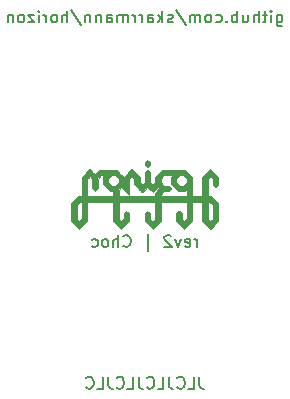
<source format=gbo>
G04 #@! TF.GenerationSoftware,KiCad,Pcbnew,(5.1.4)-1*
G04 #@! TF.CreationDate,2021-09-25T13:38:48-04:00*
G04 #@! TF.ProjectId,horizon-choc-bottom-plate,686f7269-7a6f-46e2-9d63-686f632d626f,rev?*
G04 #@! TF.SameCoordinates,Original*
G04 #@! TF.FileFunction,Legend,Bot*
G04 #@! TF.FilePolarity,Positive*
%FSLAX46Y46*%
G04 Gerber Fmt 4.6, Leading zero omitted, Abs format (unit mm)*
G04 Created by KiCad (PCBNEW (5.1.4)-1) date 2021-09-25 13:38:48*
%MOMM*%
%LPD*%
G04 APERTURE LIST*
%ADD10C,0.150000*%
%ADD11C,0.010000*%
%ADD12C,0.802000*%
%ADD13C,4.502000*%
G04 APERTURE END LIST*
D10*
X206428571Y-115952380D02*
X206428571Y-115285714D01*
X206428571Y-115476190D02*
X206380952Y-115380952D01*
X206333333Y-115333333D01*
X206238095Y-115285714D01*
X206142857Y-115285714D01*
X205428571Y-115904761D02*
X205523809Y-115952380D01*
X205714285Y-115952380D01*
X205809523Y-115904761D01*
X205857142Y-115809523D01*
X205857142Y-115428571D01*
X205809523Y-115333333D01*
X205714285Y-115285714D01*
X205523809Y-115285714D01*
X205428571Y-115333333D01*
X205380952Y-115428571D01*
X205380952Y-115523809D01*
X205857142Y-115619047D01*
X205047619Y-115285714D02*
X204809523Y-115952380D01*
X204571428Y-115285714D01*
X204238095Y-115047619D02*
X204190476Y-115000000D01*
X204095238Y-114952380D01*
X203857142Y-114952380D01*
X203761904Y-115000000D01*
X203714285Y-115047619D01*
X203666666Y-115142857D01*
X203666666Y-115238095D01*
X203714285Y-115380952D01*
X204285714Y-115952380D01*
X203666666Y-115952380D01*
X202238095Y-116285714D02*
X202238095Y-114857142D01*
X200190476Y-115857142D02*
X200238095Y-115904761D01*
X200380952Y-115952380D01*
X200476190Y-115952380D01*
X200619047Y-115904761D01*
X200714285Y-115809523D01*
X200761904Y-115714285D01*
X200809523Y-115523809D01*
X200809523Y-115380952D01*
X200761904Y-115190476D01*
X200714285Y-115095238D01*
X200619047Y-115000000D01*
X200476190Y-114952380D01*
X200380952Y-114952380D01*
X200238095Y-115000000D01*
X200190476Y-115047619D01*
X199761904Y-115952380D02*
X199761904Y-114952380D01*
X199333333Y-115952380D02*
X199333333Y-115428571D01*
X199380952Y-115333333D01*
X199476190Y-115285714D01*
X199619047Y-115285714D01*
X199714285Y-115333333D01*
X199761904Y-115380952D01*
X198714285Y-115952380D02*
X198809523Y-115904761D01*
X198857142Y-115857142D01*
X198904761Y-115761904D01*
X198904761Y-115476190D01*
X198857142Y-115380952D01*
X198809523Y-115333333D01*
X198714285Y-115285714D01*
X198571428Y-115285714D01*
X198476190Y-115333333D01*
X198428571Y-115380952D01*
X198380952Y-115476190D01*
X198380952Y-115761904D01*
X198428571Y-115857142D01*
X198476190Y-115904761D01*
X198571428Y-115952380D01*
X198714285Y-115952380D01*
X197523809Y-115904761D02*
X197619047Y-115952380D01*
X197809523Y-115952380D01*
X197904761Y-115904761D01*
X197952380Y-115857142D01*
X198000000Y-115761904D01*
X198000000Y-115476190D01*
X197952380Y-115380952D01*
X197904761Y-115333333D01*
X197809523Y-115285714D01*
X197619047Y-115285714D01*
X197523809Y-115333333D01*
X206619047Y-126952380D02*
X206619047Y-127666666D01*
X206666666Y-127809523D01*
X206761904Y-127904761D01*
X206904761Y-127952380D01*
X207000000Y-127952380D01*
X205666666Y-127952380D02*
X206142857Y-127952380D01*
X206142857Y-126952380D01*
X204761904Y-127857142D02*
X204809523Y-127904761D01*
X204952380Y-127952380D01*
X205047619Y-127952380D01*
X205190476Y-127904761D01*
X205285714Y-127809523D01*
X205333333Y-127714285D01*
X205380952Y-127523809D01*
X205380952Y-127380952D01*
X205333333Y-127190476D01*
X205285714Y-127095238D01*
X205190476Y-127000000D01*
X205047619Y-126952380D01*
X204952380Y-126952380D01*
X204809523Y-127000000D01*
X204761904Y-127047619D01*
X204047619Y-126952380D02*
X204047619Y-127666666D01*
X204095238Y-127809523D01*
X204190476Y-127904761D01*
X204333333Y-127952380D01*
X204428571Y-127952380D01*
X203095238Y-127952380D02*
X203571428Y-127952380D01*
X203571428Y-126952380D01*
X202190476Y-127857142D02*
X202238095Y-127904761D01*
X202380952Y-127952380D01*
X202476190Y-127952380D01*
X202619047Y-127904761D01*
X202714285Y-127809523D01*
X202761904Y-127714285D01*
X202809523Y-127523809D01*
X202809523Y-127380952D01*
X202761904Y-127190476D01*
X202714285Y-127095238D01*
X202619047Y-127000000D01*
X202476190Y-126952380D01*
X202380952Y-126952380D01*
X202238095Y-127000000D01*
X202190476Y-127047619D01*
X201476190Y-126952380D02*
X201476190Y-127666666D01*
X201523809Y-127809523D01*
X201619047Y-127904761D01*
X201761904Y-127952380D01*
X201857142Y-127952380D01*
X200523809Y-127952380D02*
X201000000Y-127952380D01*
X201000000Y-126952380D01*
X199619047Y-127857142D02*
X199666666Y-127904761D01*
X199809523Y-127952380D01*
X199904761Y-127952380D01*
X200047619Y-127904761D01*
X200142857Y-127809523D01*
X200190476Y-127714285D01*
X200238095Y-127523809D01*
X200238095Y-127380952D01*
X200190476Y-127190476D01*
X200142857Y-127095238D01*
X200047619Y-127000000D01*
X199904761Y-126952380D01*
X199809523Y-126952380D01*
X199666666Y-127000000D01*
X199619047Y-127047619D01*
X198904761Y-126952380D02*
X198904761Y-127666666D01*
X198952380Y-127809523D01*
X199047619Y-127904761D01*
X199190476Y-127952380D01*
X199285714Y-127952380D01*
X197952380Y-127952380D02*
X198428571Y-127952380D01*
X198428571Y-126952380D01*
X197047619Y-127857142D02*
X197095238Y-127904761D01*
X197238095Y-127952380D01*
X197333333Y-127952380D01*
X197476190Y-127904761D01*
X197571428Y-127809523D01*
X197619047Y-127714285D01*
X197666666Y-127523809D01*
X197666666Y-127380952D01*
X197619047Y-127190476D01*
X197571428Y-127095238D01*
X197476190Y-127000000D01*
X197333333Y-126952380D01*
X197238095Y-126952380D01*
X197095238Y-127000000D01*
X197047619Y-127047619D01*
X213166666Y-96285714D02*
X213166666Y-97095238D01*
X213214285Y-97190476D01*
X213261904Y-97238095D01*
X213357142Y-97285714D01*
X213500000Y-97285714D01*
X213595238Y-97238095D01*
X213166666Y-96904761D02*
X213261904Y-96952380D01*
X213452380Y-96952380D01*
X213547619Y-96904761D01*
X213595238Y-96857142D01*
X213642857Y-96761904D01*
X213642857Y-96476190D01*
X213595238Y-96380952D01*
X213547619Y-96333333D01*
X213452380Y-96285714D01*
X213261904Y-96285714D01*
X213166666Y-96333333D01*
X212690476Y-96952380D02*
X212690476Y-96285714D01*
X212690476Y-95952380D02*
X212738095Y-96000000D01*
X212690476Y-96047619D01*
X212642857Y-96000000D01*
X212690476Y-95952380D01*
X212690476Y-96047619D01*
X212357142Y-96285714D02*
X211976190Y-96285714D01*
X212214285Y-95952380D02*
X212214285Y-96809523D01*
X212166666Y-96904761D01*
X212071428Y-96952380D01*
X211976190Y-96952380D01*
X211642857Y-96952380D02*
X211642857Y-95952380D01*
X211214285Y-96952380D02*
X211214285Y-96428571D01*
X211261904Y-96333333D01*
X211357142Y-96285714D01*
X211500000Y-96285714D01*
X211595238Y-96333333D01*
X211642857Y-96380952D01*
X210309523Y-96285714D02*
X210309523Y-96952380D01*
X210738095Y-96285714D02*
X210738095Y-96809523D01*
X210690476Y-96904761D01*
X210595238Y-96952380D01*
X210452380Y-96952380D01*
X210357142Y-96904761D01*
X210309523Y-96857142D01*
X209833333Y-96952380D02*
X209833333Y-95952380D01*
X209833333Y-96333333D02*
X209738095Y-96285714D01*
X209547619Y-96285714D01*
X209452380Y-96333333D01*
X209404761Y-96380952D01*
X209357142Y-96476190D01*
X209357142Y-96761904D01*
X209404761Y-96857142D01*
X209452380Y-96904761D01*
X209547619Y-96952380D01*
X209738095Y-96952380D01*
X209833333Y-96904761D01*
X208928571Y-96857142D02*
X208880952Y-96904761D01*
X208928571Y-96952380D01*
X208976190Y-96904761D01*
X208928571Y-96857142D01*
X208928571Y-96952380D01*
X208023809Y-96904761D02*
X208119047Y-96952380D01*
X208309523Y-96952380D01*
X208404761Y-96904761D01*
X208452380Y-96857142D01*
X208500000Y-96761904D01*
X208500000Y-96476190D01*
X208452380Y-96380952D01*
X208404761Y-96333333D01*
X208309523Y-96285714D01*
X208119047Y-96285714D01*
X208023809Y-96333333D01*
X207452380Y-96952380D02*
X207547619Y-96904761D01*
X207595238Y-96857142D01*
X207642857Y-96761904D01*
X207642857Y-96476190D01*
X207595238Y-96380952D01*
X207547619Y-96333333D01*
X207452380Y-96285714D01*
X207309523Y-96285714D01*
X207214285Y-96333333D01*
X207166666Y-96380952D01*
X207119047Y-96476190D01*
X207119047Y-96761904D01*
X207166666Y-96857142D01*
X207214285Y-96904761D01*
X207309523Y-96952380D01*
X207452380Y-96952380D01*
X206690476Y-96952380D02*
X206690476Y-96285714D01*
X206690476Y-96380952D02*
X206642857Y-96333333D01*
X206547619Y-96285714D01*
X206404761Y-96285714D01*
X206309523Y-96333333D01*
X206261904Y-96428571D01*
X206261904Y-96952380D01*
X206261904Y-96428571D02*
X206214285Y-96333333D01*
X206119047Y-96285714D01*
X205976190Y-96285714D01*
X205880952Y-96333333D01*
X205833333Y-96428571D01*
X205833333Y-96952380D01*
X204642857Y-95904761D02*
X205500000Y-97190476D01*
X204357142Y-96904761D02*
X204261904Y-96952380D01*
X204071428Y-96952380D01*
X203976190Y-96904761D01*
X203928571Y-96809523D01*
X203928571Y-96761904D01*
X203976190Y-96666666D01*
X204071428Y-96619047D01*
X204214285Y-96619047D01*
X204309523Y-96571428D01*
X204357142Y-96476190D01*
X204357142Y-96428571D01*
X204309523Y-96333333D01*
X204214285Y-96285714D01*
X204071428Y-96285714D01*
X203976190Y-96333333D01*
X203500000Y-96952380D02*
X203500000Y-95952380D01*
X203404761Y-96571428D02*
X203119047Y-96952380D01*
X203119047Y-96285714D02*
X203500000Y-96666666D01*
X202261904Y-96952380D02*
X202261904Y-96428571D01*
X202309523Y-96333333D01*
X202404761Y-96285714D01*
X202595238Y-96285714D01*
X202690476Y-96333333D01*
X202261904Y-96904761D02*
X202357142Y-96952380D01*
X202595238Y-96952380D01*
X202690476Y-96904761D01*
X202738095Y-96809523D01*
X202738095Y-96714285D01*
X202690476Y-96619047D01*
X202595238Y-96571428D01*
X202357142Y-96571428D01*
X202261904Y-96523809D01*
X201785714Y-96952380D02*
X201785714Y-96285714D01*
X201785714Y-96476190D02*
X201738095Y-96380952D01*
X201690476Y-96333333D01*
X201595238Y-96285714D01*
X201500000Y-96285714D01*
X201166666Y-96952380D02*
X201166666Y-96285714D01*
X201166666Y-96476190D02*
X201119047Y-96380952D01*
X201071428Y-96333333D01*
X200976190Y-96285714D01*
X200880952Y-96285714D01*
X200547619Y-96952380D02*
X200547619Y-96285714D01*
X200547619Y-96380952D02*
X200500000Y-96333333D01*
X200404761Y-96285714D01*
X200261904Y-96285714D01*
X200166666Y-96333333D01*
X200119047Y-96428571D01*
X200119047Y-96952380D01*
X200119047Y-96428571D02*
X200071428Y-96333333D01*
X199976190Y-96285714D01*
X199833333Y-96285714D01*
X199738095Y-96333333D01*
X199690476Y-96428571D01*
X199690476Y-96952380D01*
X198785714Y-96952380D02*
X198785714Y-96428571D01*
X198833333Y-96333333D01*
X198928571Y-96285714D01*
X199119047Y-96285714D01*
X199214285Y-96333333D01*
X198785714Y-96904761D02*
X198880952Y-96952380D01*
X199119047Y-96952380D01*
X199214285Y-96904761D01*
X199261904Y-96809523D01*
X199261904Y-96714285D01*
X199214285Y-96619047D01*
X199119047Y-96571428D01*
X198880952Y-96571428D01*
X198785714Y-96523809D01*
X198309523Y-96285714D02*
X198309523Y-96952380D01*
X198309523Y-96380952D02*
X198261904Y-96333333D01*
X198166666Y-96285714D01*
X198023809Y-96285714D01*
X197928571Y-96333333D01*
X197880952Y-96428571D01*
X197880952Y-96952380D01*
X197404761Y-96285714D02*
X197404761Y-96952380D01*
X197404761Y-96380952D02*
X197357142Y-96333333D01*
X197261904Y-96285714D01*
X197119047Y-96285714D01*
X197023809Y-96333333D01*
X196976190Y-96428571D01*
X196976190Y-96952380D01*
X195785714Y-95904761D02*
X196642857Y-97190476D01*
X195452380Y-96952380D02*
X195452380Y-95952380D01*
X195023809Y-96952380D02*
X195023809Y-96428571D01*
X195071428Y-96333333D01*
X195166666Y-96285714D01*
X195309523Y-96285714D01*
X195404761Y-96333333D01*
X195452380Y-96380952D01*
X194404761Y-96952380D02*
X194500000Y-96904761D01*
X194547619Y-96857142D01*
X194595238Y-96761904D01*
X194595238Y-96476190D01*
X194547619Y-96380952D01*
X194500000Y-96333333D01*
X194404761Y-96285714D01*
X194261904Y-96285714D01*
X194166666Y-96333333D01*
X194119047Y-96380952D01*
X194071428Y-96476190D01*
X194071428Y-96761904D01*
X194119047Y-96857142D01*
X194166666Y-96904761D01*
X194261904Y-96952380D01*
X194404761Y-96952380D01*
X193642857Y-96952380D02*
X193642857Y-96285714D01*
X193642857Y-96476190D02*
X193595238Y-96380952D01*
X193547619Y-96333333D01*
X193452380Y-96285714D01*
X193357142Y-96285714D01*
X193023809Y-96952380D02*
X193023809Y-96285714D01*
X193023809Y-95952380D02*
X193071428Y-96000000D01*
X193023809Y-96047619D01*
X192976190Y-96000000D01*
X193023809Y-95952380D01*
X193023809Y-96047619D01*
X192642857Y-96285714D02*
X192119047Y-96285714D01*
X192642857Y-96952380D01*
X192119047Y-96952380D01*
X191595238Y-96952380D02*
X191690476Y-96904761D01*
X191738095Y-96857142D01*
X191785714Y-96761904D01*
X191785714Y-96476190D01*
X191738095Y-96380952D01*
X191690476Y-96333333D01*
X191595238Y-96285714D01*
X191452380Y-96285714D01*
X191357142Y-96333333D01*
X191309523Y-96380952D01*
X191261904Y-96476190D01*
X191261904Y-96761904D01*
X191309523Y-96857142D01*
X191357142Y-96904761D01*
X191452380Y-96952380D01*
X191595238Y-96952380D01*
X190833333Y-96285714D02*
X190833333Y-96952380D01*
X190833333Y-96380952D02*
X190785714Y-96333333D01*
X190690476Y-96285714D01*
X190547619Y-96285714D01*
X190452380Y-96333333D01*
X190404761Y-96428571D01*
X190404761Y-96952380D01*
D11*
G36*
X207222169Y-109695895D02*
G01*
X206888794Y-110029269D01*
X206888794Y-111676389D01*
X206000500Y-111676389D01*
X206000500Y-111102422D01*
X205555294Y-111102422D01*
X205555294Y-111676389D01*
X203333500Y-111676389D01*
X203333500Y-111546215D01*
X203490309Y-111389405D01*
X203647118Y-111232594D01*
X203823503Y-111232595D01*
X203999887Y-111232595D01*
X204111195Y-111121295D01*
X204222502Y-111009996D01*
X204222501Y-111009994D01*
X203241071Y-111009994D01*
X203065036Y-111186028D01*
X202889000Y-111362063D01*
X202889000Y-111676389D01*
X199778206Y-111676389D01*
X199778206Y-111232595D01*
X199333000Y-111232595D01*
X199333000Y-111676389D01*
X197111206Y-111676389D01*
X197111206Y-110212712D01*
X197193579Y-110130515D01*
X197203118Y-110120997D01*
X197212714Y-110111424D01*
X197222290Y-110101872D01*
X197231764Y-110092423D01*
X197241059Y-110083154D01*
X197250096Y-110074144D01*
X197258793Y-110065473D01*
X197267074Y-110057220D01*
X197274857Y-110049463D01*
X197282065Y-110042282D01*
X197288617Y-110035756D01*
X197294435Y-110029963D01*
X197299439Y-110024983D01*
X197303550Y-110020894D01*
X197304705Y-110019745D01*
X197333458Y-109991174D01*
X197555706Y-110213418D01*
X197555706Y-111009993D01*
X197666831Y-111121117D01*
X197777956Y-111232240D01*
X197889081Y-111121117D01*
X198000206Y-111009993D01*
X198000206Y-110212715D01*
X198313824Y-109899095D01*
X198443998Y-109899094D01*
X198574172Y-109899094D01*
X198444000Y-110029272D01*
X198444000Y-110657213D01*
X199019380Y-111232595D01*
X199333000Y-111232595D01*
X199778206Y-111232595D01*
X199778206Y-111101716D01*
X200000102Y-110879816D01*
X200333301Y-111213015D01*
X200666500Y-111546213D01*
X200666500Y-110213418D01*
X200667205Y-110212713D01*
X199777500Y-110212713D01*
X199777500Y-110473768D01*
X199620691Y-110630579D01*
X199463882Y-110787389D01*
X199202826Y-110787389D01*
X198889206Y-110473771D01*
X198889206Y-110212715D01*
X199046015Y-110055905D01*
X199202824Y-109899094D01*
X199333352Y-109899095D01*
X199463879Y-109899095D01*
X199620690Y-110055904D01*
X199777500Y-110212713D01*
X200667205Y-110212713D01*
X200777625Y-110102294D01*
X200888750Y-109991171D01*
X200999875Y-110102295D01*
X201111000Y-110213418D01*
X201111000Y-110657215D01*
X201444346Y-110990560D01*
X201462545Y-111008758D01*
X201480497Y-111026707D01*
X201498177Y-111044382D01*
X201515559Y-111061757D01*
X201532617Y-111078806D01*
X201549324Y-111095503D01*
X201565656Y-111111823D01*
X201581586Y-111127739D01*
X201597088Y-111143226D01*
X201612137Y-111158258D01*
X201626706Y-111172809D01*
X201640770Y-111186854D01*
X201654304Y-111200365D01*
X201667280Y-111213319D01*
X201679673Y-111225689D01*
X201691458Y-111237448D01*
X201702608Y-111248572D01*
X201713097Y-111259034D01*
X201722901Y-111268809D01*
X201731992Y-111277871D01*
X201740345Y-111286193D01*
X201747934Y-111293751D01*
X201754733Y-111300518D01*
X201760717Y-111306469D01*
X201765859Y-111311577D01*
X201770134Y-111315818D01*
X201773516Y-111319164D01*
X201775978Y-111321591D01*
X201777496Y-111323072D01*
X201778042Y-111323582D01*
X201778044Y-111323582D01*
X201778561Y-111323066D01*
X201780045Y-111321585D01*
X201782462Y-111319169D01*
X201785783Y-111315851D01*
X201789974Y-111311662D01*
X201795005Y-111306634D01*
X201800842Y-111300799D01*
X201807456Y-111294188D01*
X201814813Y-111286834D01*
X201822882Y-111278767D01*
X201831632Y-111270020D01*
X201841030Y-111260625D01*
X201851046Y-111250612D01*
X201861646Y-111240015D01*
X201872799Y-111228864D01*
X201884475Y-111217192D01*
X201896640Y-111205029D01*
X201909263Y-111192409D01*
X201922312Y-111179362D01*
X201935756Y-111165921D01*
X201949563Y-111152117D01*
X201963701Y-111137981D01*
X201978138Y-111123547D01*
X201992843Y-111108844D01*
X202000149Y-111101540D01*
X202221902Y-110879821D01*
X202666396Y-111324317D01*
X202888648Y-111102066D01*
X203110899Y-110879816D01*
X203241071Y-111009994D01*
X204222501Y-111009994D01*
X204111201Y-110898692D01*
X203999899Y-110787389D01*
X203647121Y-110787389D01*
X203490310Y-110630580D01*
X203333500Y-110473771D01*
X203333500Y-110212599D01*
X203490437Y-110055847D01*
X203647374Y-109899094D01*
X204351959Y-109899094D01*
X204286877Y-109964191D01*
X204221794Y-110029287D01*
X204221794Y-110657213D01*
X204797174Y-111232595D01*
X205425117Y-111232595D01*
X205490206Y-111167508D01*
X205555294Y-111102422D01*
X206000500Y-111102422D01*
X206000500Y-110212713D01*
X205555294Y-110212713D01*
X205555294Y-110473768D01*
X205398485Y-110630579D01*
X205241676Y-110787389D01*
X204980621Y-110787389D01*
X204823810Y-110630580D01*
X204667000Y-110473771D01*
X204667000Y-110212715D01*
X204823809Y-110055905D01*
X204980618Y-109899094D01*
X205111146Y-109899095D01*
X205241674Y-109899095D01*
X205555294Y-110212713D01*
X206000500Y-110212713D01*
X206000500Y-110029274D01*
X205713164Y-109741934D01*
X205425827Y-109454595D01*
X204444398Y-109454595D01*
X203462969Y-109454594D01*
X203175984Y-109741580D01*
X202889000Y-110028565D01*
X202889000Y-110473066D01*
X202777698Y-110584366D01*
X202666396Y-110695667D01*
X202555448Y-110584717D01*
X202444500Y-110473768D01*
X202444500Y-109676490D01*
X202333375Y-109565367D01*
X202222250Y-109454243D01*
X202111125Y-109565367D01*
X202000000Y-109676490D01*
X202000000Y-110473066D01*
X201777750Y-110695312D01*
X201555500Y-110473066D01*
X201555500Y-110029264D01*
X201222448Y-109696245D01*
X201204255Y-109678053D01*
X201186308Y-109660108D01*
X201168634Y-109642436D01*
X201151258Y-109625062D01*
X201134206Y-109608013D01*
X201117505Y-109591314D01*
X201101180Y-109574991D01*
X201085257Y-109559070D01*
X201069761Y-109543576D01*
X201054720Y-109528537D01*
X201040158Y-109513977D01*
X201026101Y-109499923D01*
X201012576Y-109486400D01*
X200999609Y-109473435D01*
X200987224Y-109461052D01*
X200975449Y-109449279D01*
X200964308Y-109438141D01*
X200953828Y-109427663D01*
X200944036Y-109417873D01*
X200934955Y-109408795D01*
X200926614Y-109400455D01*
X200919036Y-109392880D01*
X200912249Y-109386095D01*
X200906279Y-109380126D01*
X200901150Y-109374999D01*
X200896889Y-109370741D01*
X200893522Y-109367376D01*
X200891075Y-109364930D01*
X200889574Y-109363430D01*
X200889044Y-109362902D01*
X200888530Y-109363379D01*
X200887044Y-109364828D01*
X200884613Y-109367223D01*
X200881262Y-109370540D01*
X200877016Y-109374750D01*
X200871903Y-109379830D01*
X200865947Y-109385753D01*
X200859174Y-109392493D01*
X200851611Y-109400025D01*
X200843283Y-109408322D01*
X200834217Y-109417359D01*
X200824437Y-109427110D01*
X200813971Y-109437549D01*
X200802843Y-109448651D01*
X200791080Y-109460389D01*
X200778707Y-109472737D01*
X200765751Y-109485671D01*
X200752237Y-109499164D01*
X200738192Y-109513190D01*
X200723640Y-109527723D01*
X200708608Y-109542738D01*
X200693122Y-109558208D01*
X200677208Y-109574109D01*
X200660891Y-109590414D01*
X200644198Y-109607097D01*
X200627153Y-109624132D01*
X200609785Y-109641494D01*
X200592117Y-109659157D01*
X200574176Y-109677095D01*
X200555987Y-109695282D01*
X200555522Y-109695748D01*
X200222352Y-110028917D01*
X199935192Y-109741756D01*
X199648031Y-109454595D01*
X198888853Y-109454594D01*
X198129674Y-109454594D01*
X197953639Y-109630631D01*
X197777604Y-109806667D01*
X197555706Y-109584770D01*
X197540876Y-109569941D01*
X197526297Y-109555367D01*
X197511999Y-109541077D01*
X197498016Y-109527105D01*
X197484379Y-109513481D01*
X197471119Y-109500237D01*
X197458269Y-109487405D01*
X197445860Y-109475017D01*
X197433924Y-109463104D01*
X197422492Y-109451698D01*
X197411597Y-109440831D01*
X197401270Y-109430534D01*
X197391544Y-109420839D01*
X197382449Y-109411778D01*
X197374018Y-109403383D01*
X197366283Y-109395684D01*
X197359275Y-109388715D01*
X197353026Y-109382505D01*
X197347567Y-109377089D01*
X197342932Y-109372496D01*
X197339151Y-109368758D01*
X197336256Y-109365908D01*
X197334279Y-109363977D01*
X197333251Y-109362996D01*
X197333104Y-109362872D01*
X197332571Y-109363367D01*
X197331066Y-109364834D01*
X197328615Y-109367247D01*
X197325245Y-109370581D01*
X197320981Y-109374809D01*
X197315849Y-109379906D01*
X197309874Y-109385845D01*
X197303084Y-109392602D01*
X197295504Y-109400150D01*
X197287159Y-109408463D01*
X197278076Y-109417515D01*
X197268280Y-109427281D01*
X197257798Y-109437734D01*
X197246655Y-109448849D01*
X197234878Y-109460600D01*
X197222492Y-109472961D01*
X197209524Y-109485907D01*
X197195998Y-109499410D01*
X197181941Y-109513446D01*
X197167380Y-109527988D01*
X197152339Y-109543011D01*
X197136845Y-109558489D01*
X197120924Y-109574396D01*
X197104601Y-109590706D01*
X197087903Y-109607393D01*
X197070856Y-109624431D01*
X197053485Y-109641795D01*
X197035816Y-109659458D01*
X197017876Y-109677395D01*
X196999690Y-109695580D01*
X196999553Y-109695717D01*
X196666706Y-110028563D01*
X196666706Y-111676389D01*
X196352380Y-111676389D01*
X195777706Y-112251065D01*
X195777706Y-113768715D01*
X196444456Y-114435463D01*
X197111206Y-113768715D01*
X197111206Y-112120889D01*
X196666706Y-112120889D01*
X196666706Y-113584562D01*
X196555758Y-113695512D01*
X196545307Y-113705961D01*
X196535121Y-113716143D01*
X196525242Y-113726014D01*
X196515718Y-113735529D01*
X196506591Y-113744642D01*
X196497909Y-113753310D01*
X196489714Y-113761487D01*
X196482053Y-113769128D01*
X196474970Y-113776189D01*
X196468510Y-113782625D01*
X196462719Y-113788391D01*
X196457641Y-113793443D01*
X196453321Y-113797734D01*
X196449804Y-113801222D01*
X196447134Y-113803860D01*
X196445358Y-113805604D01*
X196444520Y-113806409D01*
X196444457Y-113806461D01*
X196443932Y-113805970D01*
X196442455Y-113804525D01*
X196440070Y-113802171D01*
X196436823Y-113798954D01*
X196432758Y-113794918D01*
X196427920Y-113790108D01*
X196422354Y-113784568D01*
X196416106Y-113778344D01*
X196409220Y-113771481D01*
X196401741Y-113764023D01*
X196393714Y-113756014D01*
X196385184Y-113747501D01*
X196376197Y-113738527D01*
X196366796Y-113729137D01*
X196357027Y-113719377D01*
X196346935Y-113709290D01*
X196336565Y-113698923D01*
X196333155Y-113695513D01*
X196222206Y-113584566D01*
X196222206Y-112435215D01*
X196379368Y-112278052D01*
X196536529Y-112120889D01*
X196666706Y-112120889D01*
X197111206Y-112120889D01*
X199333000Y-112120889D01*
X199333000Y-113768009D01*
X199666552Y-114101560D01*
X200000103Y-114435111D01*
X200333302Y-114101912D01*
X200666500Y-113768713D01*
X200666500Y-113121012D01*
X200444250Y-112898766D01*
X200222000Y-113121012D01*
X200222000Y-113584566D01*
X200111051Y-113695513D01*
X200000101Y-113806461D01*
X199889153Y-113695512D01*
X199778206Y-113584562D01*
X199778206Y-112120889D01*
X202889000Y-112120889D01*
X202889037Y-112852726D01*
X202889073Y-113584564D01*
X202777750Y-113695527D01*
X202666428Y-113806490D01*
X202444500Y-113584566D01*
X202444500Y-113121012D01*
X202222250Y-112898766D01*
X202000000Y-113121012D01*
X202000000Y-113768715D01*
X202666750Y-114435463D01*
X203333500Y-113768715D01*
X203333500Y-112120889D01*
X205555294Y-112120889D01*
X205555294Y-113584566D01*
X205444345Y-113695513D01*
X205333396Y-113806461D01*
X205222448Y-113695512D01*
X205111500Y-113584562D01*
X205111500Y-113121016D01*
X205000552Y-113010066D01*
X204990099Y-112999615D01*
X204979905Y-112989431D01*
X204970018Y-112979559D01*
X204960482Y-112970043D01*
X204951341Y-112960928D01*
X204942642Y-112952259D01*
X204934429Y-112944081D01*
X204926747Y-112936439D01*
X204919642Y-112929378D01*
X204913158Y-112922942D01*
X204907342Y-112917176D01*
X204902237Y-112912125D01*
X204897889Y-112907834D01*
X204894343Y-112904349D01*
X204891645Y-112901712D01*
X204889839Y-112899970D01*
X204888970Y-112899168D01*
X204888897Y-112899117D01*
X204888339Y-112899609D01*
X204886829Y-112901054D01*
X204884411Y-112903408D01*
X204881132Y-112906627D01*
X204877037Y-112910664D01*
X204872170Y-112915476D01*
X204866576Y-112921017D01*
X204860302Y-112927243D01*
X204853391Y-112934109D01*
X204845890Y-112941570D01*
X204837842Y-112949581D01*
X204829294Y-112958097D01*
X204820290Y-112967074D01*
X204810875Y-112976466D01*
X204801096Y-112986229D01*
X204790996Y-112996318D01*
X204780621Y-113006688D01*
X204777242Y-113010066D01*
X204666294Y-113121016D01*
X204666294Y-113768009D01*
X205333398Y-114435111D01*
X205666949Y-114101559D01*
X206000500Y-113768008D01*
X206000500Y-112120889D01*
X206888794Y-112120889D01*
X206888794Y-113768715D01*
X207221993Y-114101913D01*
X207240189Y-114120108D01*
X207258139Y-114138056D01*
X207275816Y-114155730D01*
X207293194Y-114173105D01*
X207310248Y-114190155D01*
X207326953Y-114206854D01*
X207343281Y-114223176D01*
X207359207Y-114239095D01*
X207374706Y-114254586D01*
X207389751Y-114269622D01*
X207404317Y-114284178D01*
X207418377Y-114298228D01*
X207431906Y-114311746D01*
X207444878Y-114324706D01*
X207457267Y-114337083D01*
X207469047Y-114348849D01*
X207480192Y-114359981D01*
X207490677Y-114370451D01*
X207500475Y-114380235D01*
X207509561Y-114389305D01*
X207517908Y-114397637D01*
X207525492Y-114405203D01*
X207532285Y-114411980D01*
X207538262Y-114417940D01*
X207543398Y-114423058D01*
X207547666Y-114427308D01*
X207551041Y-114430664D01*
X207553496Y-114433101D01*
X207555006Y-114434591D01*
X207555544Y-114435111D01*
X207555545Y-114435111D01*
X207556059Y-114434617D01*
X207557545Y-114433150D01*
X207559976Y-114430737D01*
X207563328Y-114427404D01*
X207567574Y-114423176D01*
X207572688Y-114418079D01*
X207578645Y-114412140D01*
X207585418Y-114405383D01*
X207592982Y-114397836D01*
X207601310Y-114389523D01*
X207610378Y-114380471D01*
X207620158Y-114370706D01*
X207630626Y-114360252D01*
X207641755Y-114349137D01*
X207653519Y-114337386D01*
X207665893Y-114325024D01*
X207678851Y-114312078D01*
X207692366Y-114298574D01*
X207706413Y-114284537D01*
X207720967Y-114269994D01*
X207736000Y-114254969D01*
X207751488Y-114239489D01*
X207767404Y-114223581D01*
X207783722Y-114207268D01*
X207800417Y-114190579D01*
X207817463Y-114173537D01*
X207834834Y-114156170D01*
X207852503Y-114138503D01*
X207870446Y-114120562D01*
X207889096Y-114101912D01*
X208222294Y-113768713D01*
X208222294Y-112435213D01*
X207777795Y-112435213D01*
X207777794Y-113009888D01*
X207777794Y-113584562D01*
X207666847Y-113695512D01*
X207656396Y-113705961D01*
X207646210Y-113716143D01*
X207636331Y-113726014D01*
X207626807Y-113735529D01*
X207617680Y-113744642D01*
X207608997Y-113753310D01*
X207600803Y-113761487D01*
X207593142Y-113769128D01*
X207586059Y-113776189D01*
X207579599Y-113782625D01*
X207573808Y-113788391D01*
X207568730Y-113793443D01*
X207564410Y-113797734D01*
X207560892Y-113801222D01*
X207558223Y-113803860D01*
X207556447Y-113805604D01*
X207555609Y-113806409D01*
X207555546Y-113806461D01*
X207555021Y-113805970D01*
X207553544Y-113804525D01*
X207551159Y-113802171D01*
X207547912Y-113798954D01*
X207543847Y-113794918D01*
X207539009Y-113790108D01*
X207533443Y-113784568D01*
X207527195Y-113778344D01*
X207520309Y-113771481D01*
X207512830Y-113764023D01*
X207504803Y-113756014D01*
X207496273Y-113747501D01*
X207487286Y-113738527D01*
X207477885Y-113729137D01*
X207468116Y-113719377D01*
X207458024Y-113709290D01*
X207447654Y-113698923D01*
X207444244Y-113695513D01*
X207333294Y-113584566D01*
X207333294Y-112120889D01*
X207463468Y-112120889D01*
X207620631Y-112278051D01*
X207777795Y-112435213D01*
X208222294Y-112435213D01*
X208222294Y-112251063D01*
X207934957Y-111963726D01*
X207647619Y-111676389D01*
X207333294Y-111676389D01*
X207333294Y-110213418D01*
X207444419Y-110102295D01*
X207555544Y-109991171D01*
X207666669Y-110102294D01*
X207777794Y-110213418D01*
X207777794Y-110676971D01*
X207888919Y-110788095D01*
X208000044Y-110899218D01*
X208111169Y-110788095D01*
X208222294Y-110676971D01*
X208222294Y-110029269D01*
X207888919Y-109695895D01*
X207555545Y-109362520D01*
X207222169Y-109695895D01*
X207222169Y-109695895D01*
G37*
X207222169Y-109695895D02*
X206888794Y-110029269D01*
X206888794Y-111676389D01*
X206000500Y-111676389D01*
X206000500Y-111102422D01*
X205555294Y-111102422D01*
X205555294Y-111676389D01*
X203333500Y-111676389D01*
X203333500Y-111546215D01*
X203490309Y-111389405D01*
X203647118Y-111232594D01*
X203823503Y-111232595D01*
X203999887Y-111232595D01*
X204111195Y-111121295D01*
X204222502Y-111009996D01*
X204222501Y-111009994D01*
X203241071Y-111009994D01*
X203065036Y-111186028D01*
X202889000Y-111362063D01*
X202889000Y-111676389D01*
X199778206Y-111676389D01*
X199778206Y-111232595D01*
X199333000Y-111232595D01*
X199333000Y-111676389D01*
X197111206Y-111676389D01*
X197111206Y-110212712D01*
X197193579Y-110130515D01*
X197203118Y-110120997D01*
X197212714Y-110111424D01*
X197222290Y-110101872D01*
X197231764Y-110092423D01*
X197241059Y-110083154D01*
X197250096Y-110074144D01*
X197258793Y-110065473D01*
X197267074Y-110057220D01*
X197274857Y-110049463D01*
X197282065Y-110042282D01*
X197288617Y-110035756D01*
X197294435Y-110029963D01*
X197299439Y-110024983D01*
X197303550Y-110020894D01*
X197304705Y-110019745D01*
X197333458Y-109991174D01*
X197555706Y-110213418D01*
X197555706Y-111009993D01*
X197666831Y-111121117D01*
X197777956Y-111232240D01*
X197889081Y-111121117D01*
X198000206Y-111009993D01*
X198000206Y-110212715D01*
X198313824Y-109899095D01*
X198443998Y-109899094D01*
X198574172Y-109899094D01*
X198444000Y-110029272D01*
X198444000Y-110657213D01*
X199019380Y-111232595D01*
X199333000Y-111232595D01*
X199778206Y-111232595D01*
X199778206Y-111101716D01*
X200000102Y-110879816D01*
X200333301Y-111213015D01*
X200666500Y-111546213D01*
X200666500Y-110213418D01*
X200667205Y-110212713D01*
X199777500Y-110212713D01*
X199777500Y-110473768D01*
X199620691Y-110630579D01*
X199463882Y-110787389D01*
X199202826Y-110787389D01*
X198889206Y-110473771D01*
X198889206Y-110212715D01*
X199046015Y-110055905D01*
X199202824Y-109899094D01*
X199333352Y-109899095D01*
X199463879Y-109899095D01*
X199620690Y-110055904D01*
X199777500Y-110212713D01*
X200667205Y-110212713D01*
X200777625Y-110102294D01*
X200888750Y-109991171D01*
X200999875Y-110102295D01*
X201111000Y-110213418D01*
X201111000Y-110657215D01*
X201444346Y-110990560D01*
X201462545Y-111008758D01*
X201480497Y-111026707D01*
X201498177Y-111044382D01*
X201515559Y-111061757D01*
X201532617Y-111078806D01*
X201549324Y-111095503D01*
X201565656Y-111111823D01*
X201581586Y-111127739D01*
X201597088Y-111143226D01*
X201612137Y-111158258D01*
X201626706Y-111172809D01*
X201640770Y-111186854D01*
X201654304Y-111200365D01*
X201667280Y-111213319D01*
X201679673Y-111225689D01*
X201691458Y-111237448D01*
X201702608Y-111248572D01*
X201713097Y-111259034D01*
X201722901Y-111268809D01*
X201731992Y-111277871D01*
X201740345Y-111286193D01*
X201747934Y-111293751D01*
X201754733Y-111300518D01*
X201760717Y-111306469D01*
X201765859Y-111311577D01*
X201770134Y-111315818D01*
X201773516Y-111319164D01*
X201775978Y-111321591D01*
X201777496Y-111323072D01*
X201778042Y-111323582D01*
X201778044Y-111323582D01*
X201778561Y-111323066D01*
X201780045Y-111321585D01*
X201782462Y-111319169D01*
X201785783Y-111315851D01*
X201789974Y-111311662D01*
X201795005Y-111306634D01*
X201800842Y-111300799D01*
X201807456Y-111294188D01*
X201814813Y-111286834D01*
X201822882Y-111278767D01*
X201831632Y-111270020D01*
X201841030Y-111260625D01*
X201851046Y-111250612D01*
X201861646Y-111240015D01*
X201872799Y-111228864D01*
X201884475Y-111217192D01*
X201896640Y-111205029D01*
X201909263Y-111192409D01*
X201922312Y-111179362D01*
X201935756Y-111165921D01*
X201949563Y-111152117D01*
X201963701Y-111137981D01*
X201978138Y-111123547D01*
X201992843Y-111108844D01*
X202000149Y-111101540D01*
X202221902Y-110879821D01*
X202666396Y-111324317D01*
X202888648Y-111102066D01*
X203110899Y-110879816D01*
X203241071Y-111009994D01*
X204222501Y-111009994D01*
X204111201Y-110898692D01*
X203999899Y-110787389D01*
X203647121Y-110787389D01*
X203490310Y-110630580D01*
X203333500Y-110473771D01*
X203333500Y-110212599D01*
X203490437Y-110055847D01*
X203647374Y-109899094D01*
X204351959Y-109899094D01*
X204286877Y-109964191D01*
X204221794Y-110029287D01*
X204221794Y-110657213D01*
X204797174Y-111232595D01*
X205425117Y-111232595D01*
X205490206Y-111167508D01*
X205555294Y-111102422D01*
X206000500Y-111102422D01*
X206000500Y-110212713D01*
X205555294Y-110212713D01*
X205555294Y-110473768D01*
X205398485Y-110630579D01*
X205241676Y-110787389D01*
X204980621Y-110787389D01*
X204823810Y-110630580D01*
X204667000Y-110473771D01*
X204667000Y-110212715D01*
X204823809Y-110055905D01*
X204980618Y-109899094D01*
X205111146Y-109899095D01*
X205241674Y-109899095D01*
X205555294Y-110212713D01*
X206000500Y-110212713D01*
X206000500Y-110029274D01*
X205713164Y-109741934D01*
X205425827Y-109454595D01*
X204444398Y-109454595D01*
X203462969Y-109454594D01*
X203175984Y-109741580D01*
X202889000Y-110028565D01*
X202889000Y-110473066D01*
X202777698Y-110584366D01*
X202666396Y-110695667D01*
X202555448Y-110584717D01*
X202444500Y-110473768D01*
X202444500Y-109676490D01*
X202333375Y-109565367D01*
X202222250Y-109454243D01*
X202111125Y-109565367D01*
X202000000Y-109676490D01*
X202000000Y-110473066D01*
X201777750Y-110695312D01*
X201555500Y-110473066D01*
X201555500Y-110029264D01*
X201222448Y-109696245D01*
X201204255Y-109678053D01*
X201186308Y-109660108D01*
X201168634Y-109642436D01*
X201151258Y-109625062D01*
X201134206Y-109608013D01*
X201117505Y-109591314D01*
X201101180Y-109574991D01*
X201085257Y-109559070D01*
X201069761Y-109543576D01*
X201054720Y-109528537D01*
X201040158Y-109513977D01*
X201026101Y-109499923D01*
X201012576Y-109486400D01*
X200999609Y-109473435D01*
X200987224Y-109461052D01*
X200975449Y-109449279D01*
X200964308Y-109438141D01*
X200953828Y-109427663D01*
X200944036Y-109417873D01*
X200934955Y-109408795D01*
X200926614Y-109400455D01*
X200919036Y-109392880D01*
X200912249Y-109386095D01*
X200906279Y-109380126D01*
X200901150Y-109374999D01*
X200896889Y-109370741D01*
X200893522Y-109367376D01*
X200891075Y-109364930D01*
X200889574Y-109363430D01*
X200889044Y-109362902D01*
X200888530Y-109363379D01*
X200887044Y-109364828D01*
X200884613Y-109367223D01*
X200881262Y-109370540D01*
X200877016Y-109374750D01*
X200871903Y-109379830D01*
X200865947Y-109385753D01*
X200859174Y-109392493D01*
X200851611Y-109400025D01*
X200843283Y-109408322D01*
X200834217Y-109417359D01*
X200824437Y-109427110D01*
X200813971Y-109437549D01*
X200802843Y-109448651D01*
X200791080Y-109460389D01*
X200778707Y-109472737D01*
X200765751Y-109485671D01*
X200752237Y-109499164D01*
X200738192Y-109513190D01*
X200723640Y-109527723D01*
X200708608Y-109542738D01*
X200693122Y-109558208D01*
X200677208Y-109574109D01*
X200660891Y-109590414D01*
X200644198Y-109607097D01*
X200627153Y-109624132D01*
X200609785Y-109641494D01*
X200592117Y-109659157D01*
X200574176Y-109677095D01*
X200555987Y-109695282D01*
X200555522Y-109695748D01*
X200222352Y-110028917D01*
X199935192Y-109741756D01*
X199648031Y-109454595D01*
X198888853Y-109454594D01*
X198129674Y-109454594D01*
X197953639Y-109630631D01*
X197777604Y-109806667D01*
X197555706Y-109584770D01*
X197540876Y-109569941D01*
X197526297Y-109555367D01*
X197511999Y-109541077D01*
X197498016Y-109527105D01*
X197484379Y-109513481D01*
X197471119Y-109500237D01*
X197458269Y-109487405D01*
X197445860Y-109475017D01*
X197433924Y-109463104D01*
X197422492Y-109451698D01*
X197411597Y-109440831D01*
X197401270Y-109430534D01*
X197391544Y-109420839D01*
X197382449Y-109411778D01*
X197374018Y-109403383D01*
X197366283Y-109395684D01*
X197359275Y-109388715D01*
X197353026Y-109382505D01*
X197347567Y-109377089D01*
X197342932Y-109372496D01*
X197339151Y-109368758D01*
X197336256Y-109365908D01*
X197334279Y-109363977D01*
X197333251Y-109362996D01*
X197333104Y-109362872D01*
X197332571Y-109363367D01*
X197331066Y-109364834D01*
X197328615Y-109367247D01*
X197325245Y-109370581D01*
X197320981Y-109374809D01*
X197315849Y-109379906D01*
X197309874Y-109385845D01*
X197303084Y-109392602D01*
X197295504Y-109400150D01*
X197287159Y-109408463D01*
X197278076Y-109417515D01*
X197268280Y-109427281D01*
X197257798Y-109437734D01*
X197246655Y-109448849D01*
X197234878Y-109460600D01*
X197222492Y-109472961D01*
X197209524Y-109485907D01*
X197195998Y-109499410D01*
X197181941Y-109513446D01*
X197167380Y-109527988D01*
X197152339Y-109543011D01*
X197136845Y-109558489D01*
X197120924Y-109574396D01*
X197104601Y-109590706D01*
X197087903Y-109607393D01*
X197070856Y-109624431D01*
X197053485Y-109641795D01*
X197035816Y-109659458D01*
X197017876Y-109677395D01*
X196999690Y-109695580D01*
X196999553Y-109695717D01*
X196666706Y-110028563D01*
X196666706Y-111676389D01*
X196352380Y-111676389D01*
X195777706Y-112251065D01*
X195777706Y-113768715D01*
X196444456Y-114435463D01*
X197111206Y-113768715D01*
X197111206Y-112120889D01*
X196666706Y-112120889D01*
X196666706Y-113584562D01*
X196555758Y-113695512D01*
X196545307Y-113705961D01*
X196535121Y-113716143D01*
X196525242Y-113726014D01*
X196515718Y-113735529D01*
X196506591Y-113744642D01*
X196497909Y-113753310D01*
X196489714Y-113761487D01*
X196482053Y-113769128D01*
X196474970Y-113776189D01*
X196468510Y-113782625D01*
X196462719Y-113788391D01*
X196457641Y-113793443D01*
X196453321Y-113797734D01*
X196449804Y-113801222D01*
X196447134Y-113803860D01*
X196445358Y-113805604D01*
X196444520Y-113806409D01*
X196444457Y-113806461D01*
X196443932Y-113805970D01*
X196442455Y-113804525D01*
X196440070Y-113802171D01*
X196436823Y-113798954D01*
X196432758Y-113794918D01*
X196427920Y-113790108D01*
X196422354Y-113784568D01*
X196416106Y-113778344D01*
X196409220Y-113771481D01*
X196401741Y-113764023D01*
X196393714Y-113756014D01*
X196385184Y-113747501D01*
X196376197Y-113738527D01*
X196366796Y-113729137D01*
X196357027Y-113719377D01*
X196346935Y-113709290D01*
X196336565Y-113698923D01*
X196333155Y-113695513D01*
X196222206Y-113584566D01*
X196222206Y-112435215D01*
X196379368Y-112278052D01*
X196536529Y-112120889D01*
X196666706Y-112120889D01*
X197111206Y-112120889D01*
X199333000Y-112120889D01*
X199333000Y-113768009D01*
X199666552Y-114101560D01*
X200000103Y-114435111D01*
X200333302Y-114101912D01*
X200666500Y-113768713D01*
X200666500Y-113121012D01*
X200444250Y-112898766D01*
X200222000Y-113121012D01*
X200222000Y-113584566D01*
X200111051Y-113695513D01*
X200000101Y-113806461D01*
X199889153Y-113695512D01*
X199778206Y-113584562D01*
X199778206Y-112120889D01*
X202889000Y-112120889D01*
X202889037Y-112852726D01*
X202889073Y-113584564D01*
X202777750Y-113695527D01*
X202666428Y-113806490D01*
X202444500Y-113584566D01*
X202444500Y-113121012D01*
X202222250Y-112898766D01*
X202000000Y-113121012D01*
X202000000Y-113768715D01*
X202666750Y-114435463D01*
X203333500Y-113768715D01*
X203333500Y-112120889D01*
X205555294Y-112120889D01*
X205555294Y-113584566D01*
X205444345Y-113695513D01*
X205333396Y-113806461D01*
X205222448Y-113695512D01*
X205111500Y-113584562D01*
X205111500Y-113121016D01*
X205000552Y-113010066D01*
X204990099Y-112999615D01*
X204979905Y-112989431D01*
X204970018Y-112979559D01*
X204960482Y-112970043D01*
X204951341Y-112960928D01*
X204942642Y-112952259D01*
X204934429Y-112944081D01*
X204926747Y-112936439D01*
X204919642Y-112929378D01*
X204913158Y-112922942D01*
X204907342Y-112917176D01*
X204902237Y-112912125D01*
X204897889Y-112907834D01*
X204894343Y-112904349D01*
X204891645Y-112901712D01*
X204889839Y-112899970D01*
X204888970Y-112899168D01*
X204888897Y-112899117D01*
X204888339Y-112899609D01*
X204886829Y-112901054D01*
X204884411Y-112903408D01*
X204881132Y-112906627D01*
X204877037Y-112910664D01*
X204872170Y-112915476D01*
X204866576Y-112921017D01*
X204860302Y-112927243D01*
X204853391Y-112934109D01*
X204845890Y-112941570D01*
X204837842Y-112949581D01*
X204829294Y-112958097D01*
X204820290Y-112967074D01*
X204810875Y-112976466D01*
X204801096Y-112986229D01*
X204790996Y-112996318D01*
X204780621Y-113006688D01*
X204777242Y-113010066D01*
X204666294Y-113121016D01*
X204666294Y-113768009D01*
X205333398Y-114435111D01*
X205666949Y-114101559D01*
X206000500Y-113768008D01*
X206000500Y-112120889D01*
X206888794Y-112120889D01*
X206888794Y-113768715D01*
X207221993Y-114101913D01*
X207240189Y-114120108D01*
X207258139Y-114138056D01*
X207275816Y-114155730D01*
X207293194Y-114173105D01*
X207310248Y-114190155D01*
X207326953Y-114206854D01*
X207343281Y-114223176D01*
X207359207Y-114239095D01*
X207374706Y-114254586D01*
X207389751Y-114269622D01*
X207404317Y-114284178D01*
X207418377Y-114298228D01*
X207431906Y-114311746D01*
X207444878Y-114324706D01*
X207457267Y-114337083D01*
X207469047Y-114348849D01*
X207480192Y-114359981D01*
X207490677Y-114370451D01*
X207500475Y-114380235D01*
X207509561Y-114389305D01*
X207517908Y-114397637D01*
X207525492Y-114405203D01*
X207532285Y-114411980D01*
X207538262Y-114417940D01*
X207543398Y-114423058D01*
X207547666Y-114427308D01*
X207551041Y-114430664D01*
X207553496Y-114433101D01*
X207555006Y-114434591D01*
X207555544Y-114435111D01*
X207555545Y-114435111D01*
X207556059Y-114434617D01*
X207557545Y-114433150D01*
X207559976Y-114430737D01*
X207563328Y-114427404D01*
X207567574Y-114423176D01*
X207572688Y-114418079D01*
X207578645Y-114412140D01*
X207585418Y-114405383D01*
X207592982Y-114397836D01*
X207601310Y-114389523D01*
X207610378Y-114380471D01*
X207620158Y-114370706D01*
X207630626Y-114360252D01*
X207641755Y-114349137D01*
X207653519Y-114337386D01*
X207665893Y-114325024D01*
X207678851Y-114312078D01*
X207692366Y-114298574D01*
X207706413Y-114284537D01*
X207720967Y-114269994D01*
X207736000Y-114254969D01*
X207751488Y-114239489D01*
X207767404Y-114223581D01*
X207783722Y-114207268D01*
X207800417Y-114190579D01*
X207817463Y-114173537D01*
X207834834Y-114156170D01*
X207852503Y-114138503D01*
X207870446Y-114120562D01*
X207889096Y-114101912D01*
X208222294Y-113768713D01*
X208222294Y-112435213D01*
X207777795Y-112435213D01*
X207777794Y-113009888D01*
X207777794Y-113584562D01*
X207666847Y-113695512D01*
X207656396Y-113705961D01*
X207646210Y-113716143D01*
X207636331Y-113726014D01*
X207626807Y-113735529D01*
X207617680Y-113744642D01*
X207608997Y-113753310D01*
X207600803Y-113761487D01*
X207593142Y-113769128D01*
X207586059Y-113776189D01*
X207579599Y-113782625D01*
X207573808Y-113788391D01*
X207568730Y-113793443D01*
X207564410Y-113797734D01*
X207560892Y-113801222D01*
X207558223Y-113803860D01*
X207556447Y-113805604D01*
X207555609Y-113806409D01*
X207555546Y-113806461D01*
X207555021Y-113805970D01*
X207553544Y-113804525D01*
X207551159Y-113802171D01*
X207547912Y-113798954D01*
X207543847Y-113794918D01*
X207539009Y-113790108D01*
X207533443Y-113784568D01*
X207527195Y-113778344D01*
X207520309Y-113771481D01*
X207512830Y-113764023D01*
X207504803Y-113756014D01*
X207496273Y-113747501D01*
X207487286Y-113738527D01*
X207477885Y-113729137D01*
X207468116Y-113719377D01*
X207458024Y-113709290D01*
X207447654Y-113698923D01*
X207444244Y-113695513D01*
X207333294Y-113584566D01*
X207333294Y-112120889D01*
X207463468Y-112120889D01*
X207620631Y-112278051D01*
X207777795Y-112435213D01*
X208222294Y-112435213D01*
X208222294Y-112251063D01*
X207934957Y-111963726D01*
X207647619Y-111676389D01*
X207333294Y-111676389D01*
X207333294Y-110213418D01*
X207444419Y-110102295D01*
X207555544Y-109991171D01*
X207666669Y-110102294D01*
X207777794Y-110213418D01*
X207777794Y-110676971D01*
X207888919Y-110788095D01*
X208000044Y-110899218D01*
X208111169Y-110788095D01*
X208222294Y-110676971D01*
X208222294Y-110029269D01*
X207888919Y-109695895D01*
X207555545Y-109362520D01*
X207222169Y-109695895D01*
G36*
X202000000Y-108787490D02*
G01*
X202000000Y-109010449D01*
X202110950Y-109121397D01*
X202221899Y-109232344D01*
X202333200Y-109121042D01*
X202444500Y-109009740D01*
X202444500Y-108787490D01*
X202222250Y-108565244D01*
X202000000Y-108787490D01*
X202000000Y-108787490D01*
G37*
X202000000Y-108787490D02*
X202000000Y-109010449D01*
X202110950Y-109121397D01*
X202221899Y-109232344D01*
X202333200Y-109121042D01*
X202444500Y-109009740D01*
X202444500Y-108787490D01*
X202222250Y-108565244D01*
X202000000Y-108787490D01*
D10*
%LPC*%
D12*
X216666726Y-123333274D03*
X215500000Y-122850000D03*
X214333274Y-123333274D03*
X213850000Y-124500000D03*
X214333274Y-125666726D03*
X215500000Y-126150000D03*
X216666726Y-125666726D03*
X217150000Y-124500000D03*
D13*
X215500000Y-124500000D03*
D12*
X189666726Y-123333274D03*
X188500000Y-122850000D03*
X187333274Y-123333274D03*
X186850000Y-124500000D03*
X187333274Y-125666726D03*
X188500000Y-126150000D03*
X189666726Y-125666726D03*
X190150000Y-124500000D03*
D13*
X188500000Y-124500000D03*
D12*
X216666726Y-98333274D03*
X215500000Y-97850000D03*
X214333274Y-98333274D03*
X213850000Y-99500000D03*
X214333274Y-100666726D03*
X215500000Y-101150000D03*
X216666726Y-100666726D03*
X217150000Y-99500000D03*
D13*
X215500000Y-99500000D03*
D12*
X189666726Y-98333274D03*
X188500000Y-97850000D03*
X187333274Y-98333274D03*
X186850000Y-99500000D03*
X187333274Y-100666726D03*
X188500000Y-101150000D03*
X189666726Y-100666726D03*
X190150000Y-99500000D03*
D13*
X188500000Y-99500000D03*
D12*
X95166726Y-110833274D03*
X94000000Y-110350000D03*
X92833274Y-110833274D03*
X92350000Y-112000000D03*
X92833274Y-113166726D03*
X94000000Y-113650000D03*
X95166726Y-113166726D03*
X95650000Y-112000000D03*
D13*
X94000000Y-112000000D03*
D12*
X311166726Y-144833274D03*
X310000000Y-144350000D03*
X308833274Y-144833274D03*
X308350000Y-146000000D03*
X308833274Y-147166726D03*
X310000000Y-147650000D03*
X311166726Y-147166726D03*
X311650000Y-146000000D03*
D13*
X310000000Y-146000000D03*
D12*
X311166726Y-110833274D03*
X310000000Y-110350000D03*
X308833274Y-110833274D03*
X308350000Y-112000000D03*
X308833274Y-113166726D03*
X310000000Y-113650000D03*
X311166726Y-113166726D03*
X311650000Y-112000000D03*
D13*
X310000000Y-112000000D03*
D12*
X95166726Y-144833274D03*
X94000000Y-144350000D03*
X92833274Y-144833274D03*
X92350000Y-146000000D03*
X92833274Y-147166726D03*
X94000000Y-147650000D03*
X95166726Y-147166726D03*
X95650000Y-146000000D03*
D13*
X94000000Y-146000000D03*
M02*

</source>
